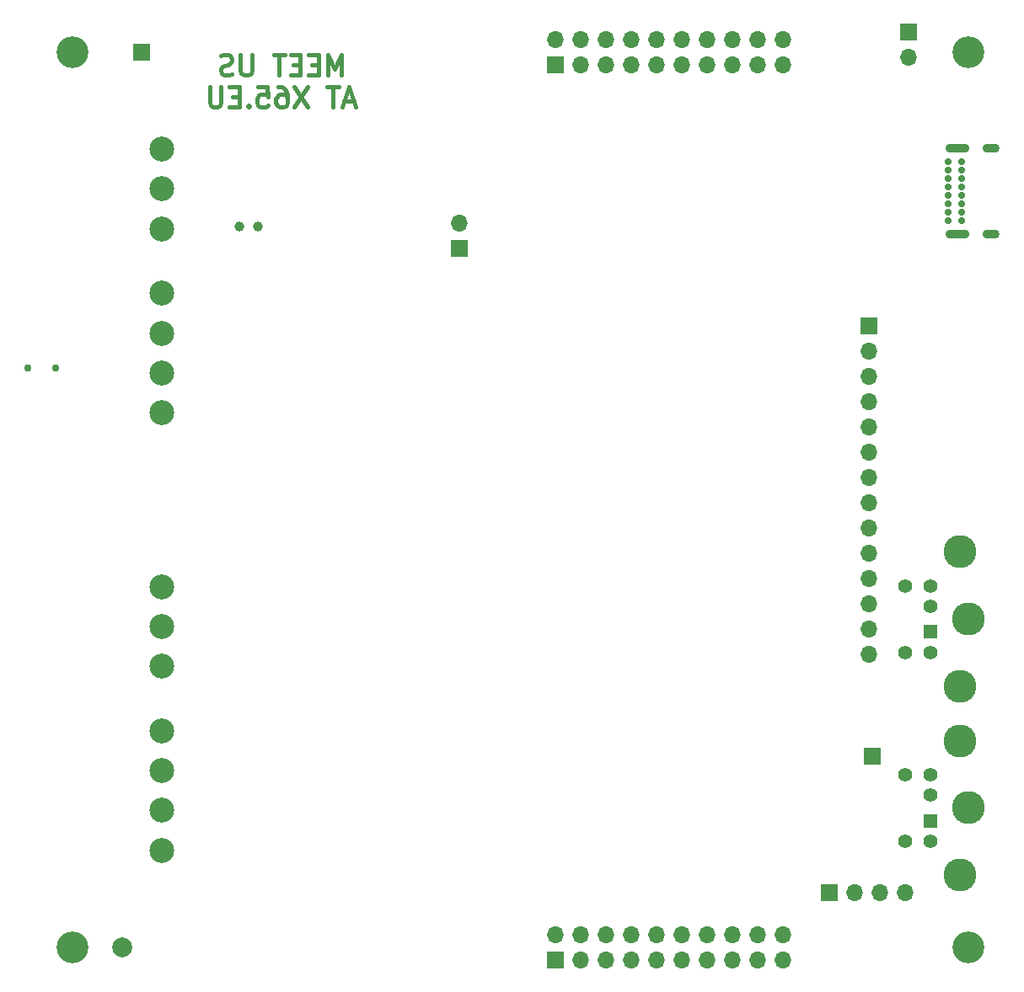
<source format=gbr>
%TF.GenerationSoftware,KiCad,Pcbnew,(6.0.7)*%
%TF.CreationDate,2023-03-28T13:11:04+02:00*%
%TF.ProjectId,open65,6f70656e-3635-42e6-9b69-6361645f7063,rev01*%
%TF.SameCoordinates,Original*%
%TF.FileFunction,Soldermask,Bot*%
%TF.FilePolarity,Negative*%
%FSLAX46Y46*%
G04 Gerber Fmt 4.6, Leading zero omitted, Abs format (unit mm)*
G04 Created by KiCad (PCBNEW (6.0.7)) date 2023-03-28 13:11:04*
%MOMM*%
%LPD*%
G01*
G04 APERTURE LIST*
%ADD10C,0.400000*%
%ADD11C,0.700000*%
%ADD12O,1.700000X0.900000*%
%ADD13O,2.400000X0.900000*%
%ADD14R,1.700000X1.700000*%
%ADD15C,3.200000*%
%ADD16C,1.000000*%
%ADD17C,0.750000*%
%ADD18O,1.700000X1.700000*%
%ADD19R,1.398000X1.398000*%
%ADD20C,1.398000*%
%ADD21C,3.306000*%
%ADD22C,2.500000*%
%ADD23C,2.000000*%
G04 APERTURE END LIST*
D10*
X87000000Y-57294761D02*
X87000000Y-55294761D01*
X86333333Y-56723333D01*
X85666666Y-55294761D01*
X85666666Y-57294761D01*
X84714285Y-56247142D02*
X84047619Y-56247142D01*
X83761904Y-57294761D02*
X84714285Y-57294761D01*
X84714285Y-55294761D01*
X83761904Y-55294761D01*
X82904761Y-56247142D02*
X82238095Y-56247142D01*
X81952380Y-57294761D02*
X82904761Y-57294761D01*
X82904761Y-55294761D01*
X81952380Y-55294761D01*
X81380952Y-55294761D02*
X80238095Y-55294761D01*
X80809523Y-57294761D02*
X80809523Y-55294761D01*
X78047619Y-55294761D02*
X78047619Y-56913809D01*
X77952380Y-57104285D01*
X77857142Y-57199523D01*
X77666666Y-57294761D01*
X77285714Y-57294761D01*
X77095238Y-57199523D01*
X77000000Y-57104285D01*
X76904761Y-56913809D01*
X76904761Y-55294761D01*
X76047619Y-57199523D02*
X75761904Y-57294761D01*
X75285714Y-57294761D01*
X75095238Y-57199523D01*
X75000000Y-57104285D01*
X74904761Y-56913809D01*
X74904761Y-56723333D01*
X75000000Y-56532857D01*
X75095238Y-56437619D01*
X75285714Y-56342380D01*
X75666666Y-56247142D01*
X75857142Y-56151904D01*
X75952380Y-56056666D01*
X76047619Y-55866190D01*
X76047619Y-55675714D01*
X75952380Y-55485238D01*
X75857142Y-55390000D01*
X75666666Y-55294761D01*
X75190476Y-55294761D01*
X74904761Y-55390000D01*
X88285714Y-59943333D02*
X87333333Y-59943333D01*
X88476190Y-60514761D02*
X87809523Y-58514761D01*
X87142857Y-60514761D01*
X86761904Y-58514761D02*
X85619047Y-58514761D01*
X86190476Y-60514761D02*
X86190476Y-58514761D01*
X83619047Y-58514761D02*
X82285714Y-60514761D01*
X82285714Y-58514761D02*
X83619047Y-60514761D01*
X80666666Y-58514761D02*
X81047619Y-58514761D01*
X81238095Y-58610000D01*
X81333333Y-58705238D01*
X81523809Y-58990952D01*
X81619047Y-59371904D01*
X81619047Y-60133809D01*
X81523809Y-60324285D01*
X81428571Y-60419523D01*
X81238095Y-60514761D01*
X80857142Y-60514761D01*
X80666666Y-60419523D01*
X80571428Y-60324285D01*
X80476190Y-60133809D01*
X80476190Y-59657619D01*
X80571428Y-59467142D01*
X80666666Y-59371904D01*
X80857142Y-59276666D01*
X81238095Y-59276666D01*
X81428571Y-59371904D01*
X81523809Y-59467142D01*
X81619047Y-59657619D01*
X78666666Y-58514761D02*
X79619047Y-58514761D01*
X79714285Y-59467142D01*
X79619047Y-59371904D01*
X79428571Y-59276666D01*
X78952380Y-59276666D01*
X78761904Y-59371904D01*
X78666666Y-59467142D01*
X78571428Y-59657619D01*
X78571428Y-60133809D01*
X78666666Y-60324285D01*
X78761904Y-60419523D01*
X78952380Y-60514761D01*
X79428571Y-60514761D01*
X79619047Y-60419523D01*
X79714285Y-60324285D01*
X77714285Y-60324285D02*
X77619047Y-60419523D01*
X77714285Y-60514761D01*
X77809523Y-60419523D01*
X77714285Y-60324285D01*
X77714285Y-60514761D01*
X76761904Y-59467142D02*
X76095238Y-59467142D01*
X75809523Y-60514761D02*
X76761904Y-60514761D01*
X76761904Y-58514761D01*
X75809523Y-58514761D01*
X74952380Y-58514761D02*
X74952380Y-60133809D01*
X74857142Y-60324285D01*
X74761904Y-60419523D01*
X74571428Y-60514761D01*
X74190476Y-60514761D01*
X74000000Y-60419523D01*
X73904761Y-60324285D01*
X73809523Y-60133809D01*
X73809523Y-58514761D01*
D11*
%TO.C,J501*%
X147975000Y-71975000D03*
X147975000Y-71125000D03*
X147975000Y-70275000D03*
X147975000Y-69425000D03*
X147975000Y-68575000D03*
X147975000Y-67725000D03*
X147975000Y-66875000D03*
X147975000Y-66025000D03*
X149325000Y-66025000D03*
X149325000Y-66875000D03*
X149325000Y-67725000D03*
X149325000Y-68575000D03*
X149325000Y-69425000D03*
X149325000Y-70275000D03*
X149325000Y-71125000D03*
X149325000Y-71975000D03*
D12*
X152335000Y-64675000D03*
X152335000Y-73325000D03*
D13*
X148955000Y-64675000D03*
X148955000Y-73325000D03*
%TD*%
D14*
%TO.C,J703*%
X140400000Y-125800000D03*
%TD*%
D15*
%TO.C,H101*%
X60000000Y-55000000D03*
%TD*%
%TO.C,H103*%
X150000000Y-145000000D03*
%TD*%
D16*
%TO.C,Y401*%
X76800000Y-72580000D03*
X78700000Y-72580000D03*
%TD*%
D17*
%TO.C,SW301*%
X58325000Y-86750000D03*
X55575000Y-86750000D03*
%TD*%
D14*
%TO.C,J702*%
X67000000Y-55000000D03*
%TD*%
%TO.C,J601*%
X108575000Y-146275000D03*
D18*
X108575000Y-143735000D03*
X111115000Y-146275000D03*
X111115000Y-143735000D03*
X113655000Y-146275000D03*
X113655000Y-143735000D03*
X116195000Y-146275000D03*
X116195000Y-143735000D03*
X118735000Y-146275000D03*
X118735000Y-143735000D03*
X121275000Y-146275000D03*
X121275000Y-143735000D03*
X123815000Y-146275000D03*
X123815000Y-143735000D03*
X126355000Y-146275000D03*
X126355000Y-143735000D03*
X128895000Y-146275000D03*
X128895000Y-143735000D03*
X131435000Y-146275000D03*
X131435000Y-143735000D03*
%TD*%
D14*
%TO.C,JP501*%
X98875000Y-74730000D03*
D18*
X98875000Y-72190000D03*
%TD*%
D14*
%TO.C,J602*%
X108575000Y-56275000D03*
D18*
X108575000Y-53735000D03*
X111115000Y-56275000D03*
X111115000Y-53735000D03*
X113655000Y-56275000D03*
X113655000Y-53735000D03*
X116195000Y-56275000D03*
X116195000Y-53735000D03*
X118735000Y-56275000D03*
X118735000Y-53735000D03*
X121275000Y-56275000D03*
X121275000Y-53735000D03*
X123815000Y-56275000D03*
X123815000Y-53735000D03*
X126355000Y-56275000D03*
X126355000Y-53735000D03*
X128895000Y-56275000D03*
X128895000Y-53735000D03*
X131435000Y-56275000D03*
X131435000Y-53735000D03*
%TD*%
D14*
%TO.C,J607*%
X136050000Y-139500000D03*
D18*
X138590000Y-139500000D03*
X141130000Y-139500000D03*
X143670000Y-139500000D03*
%TD*%
D14*
%TO.C,J603*%
X140000000Y-82560000D03*
D18*
X140000000Y-85100000D03*
X140000000Y-87640000D03*
X140000000Y-90180000D03*
X140000000Y-92720000D03*
X140000000Y-95260000D03*
X140000000Y-97800000D03*
X140000000Y-100340000D03*
X140000000Y-102880000D03*
X140000000Y-105420000D03*
X140000000Y-107960000D03*
X140000000Y-110500000D03*
X140000000Y-113040000D03*
X140000000Y-115580000D03*
%TD*%
D14*
%TO.C,J701*%
X144000000Y-53000000D03*
D18*
X144000000Y-55540000D03*
%TD*%
D15*
%TO.C,H104*%
X60000000Y-145000000D03*
%TD*%
%TO.C,H102*%
X150000000Y-55000000D03*
%TD*%
D19*
%TO.C,J606*%
X146190000Y-132300000D03*
D20*
X146190000Y-129700000D03*
X146190000Y-134350000D03*
X146190000Y-127650000D03*
X143700000Y-134350000D03*
X143700000Y-127650000D03*
D21*
X150000000Y-131000000D03*
X149190000Y-124240000D03*
X149190000Y-137760000D03*
%TD*%
D22*
%TO.C,J403*%
X69000000Y-135250000D03*
X69000000Y-131250000D03*
X69000000Y-127250000D03*
X69000000Y-123250000D03*
X69000000Y-116750000D03*
X69000000Y-112750000D03*
X69000000Y-108750000D03*
%TD*%
%TO.C,J404*%
X69000000Y-91250000D03*
X69000000Y-87250000D03*
X69000000Y-83250000D03*
X69000000Y-79250000D03*
X69000000Y-72750000D03*
X69000000Y-68750000D03*
X69000000Y-64750000D03*
%TD*%
D23*
%TO.C,FID103*%
X65000000Y-144980000D03*
%TD*%
D19*
%TO.C,J605*%
X146190000Y-113300000D03*
D20*
X146190000Y-110700000D03*
X146190000Y-115350000D03*
X146190000Y-108650000D03*
X143700000Y-115350000D03*
X143700000Y-108650000D03*
D21*
X150000000Y-112000000D03*
X149190000Y-105240000D03*
X149190000Y-118760000D03*
%TD*%
M02*

</source>
